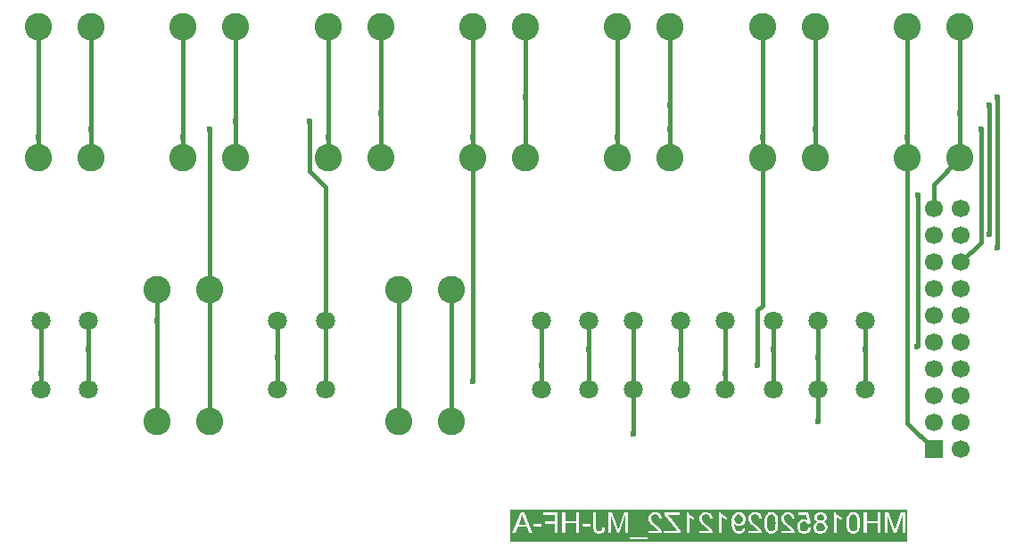
<source format=gbr>
%TF.GenerationSoftware,KiCad,Pcbnew,9.0.6*%
%TF.CreationDate,2026-01-11T11:52:41+09:00*%
%TF.ProjectId,MH01852029121Z2_MJ-HF_control,4d483031-3835-4323-9032-393132315a32,rev?*%
%TF.SameCoordinates,Original*%
%TF.FileFunction,Copper,L2,Bot*%
%TF.FilePolarity,Positive*%
%FSLAX46Y46*%
G04 Gerber Fmt 4.6, Leading zero omitted, Abs format (unit mm)*
G04 Created by KiCad (PCBNEW 9.0.6) date 2026-01-11 11:52:41*
%MOMM*%
%LPD*%
G01*
G04 APERTURE LIST*
%ADD10C,0.250000*%
%TA.AperFunction,ComponentPad*%
%ADD11C,2.600000*%
%TD*%
%TA.AperFunction,ComponentPad*%
%ADD12C,1.800000*%
%TD*%
%TA.AperFunction,ComponentPad*%
%ADD13R,1.700000X1.700000*%
%TD*%
%TA.AperFunction,ComponentPad*%
%ADD14C,1.700000*%
%TD*%
%TA.AperFunction,ViaPad*%
%ADD15C,0.600000*%
%TD*%
%TA.AperFunction,Conductor*%
%ADD16C,0.400000*%
%TD*%
G04 APERTURE END LIST*
D10*
G36*
X119088746Y-85113203D02*
G01*
X119182877Y-85156554D01*
X119270760Y-85231929D01*
X119337039Y-85327106D01*
X119377868Y-85440525D01*
X119392271Y-85577166D01*
X119378686Y-85699330D01*
X119340044Y-85800881D01*
X119276866Y-85886378D01*
X119193731Y-85952570D01*
X119099943Y-85991846D01*
X118991957Y-86005324D01*
X118883343Y-85991695D01*
X118791114Y-85952314D01*
X118711322Y-85886378D01*
X118652178Y-85800878D01*
X118614791Y-85693097D01*
X118601290Y-85556772D01*
X118614964Y-85420577D01*
X118653131Y-85311035D01*
X118714009Y-85222404D01*
X118795598Y-85152798D01*
X118884889Y-85112356D01*
X118985118Y-85098695D01*
X119088746Y-85113203D01*
G37*
G36*
X122186464Y-85107788D02*
G01*
X122257130Y-85134175D01*
X122319837Y-85178115D01*
X122375942Y-85241943D01*
X122424053Y-85333304D01*
X122464089Y-85467198D01*
X122492181Y-85656792D01*
X122502948Y-85917397D01*
X122492814Y-86180419D01*
X122466746Y-86365838D01*
X122430312Y-86491609D01*
X122387543Y-86573066D01*
X122323383Y-86647281D01*
X122255455Y-86697124D01*
X122182595Y-86726274D01*
X122102634Y-86736099D01*
X122022779Y-86726244D01*
X121949976Y-86696990D01*
X121882053Y-86646932D01*
X121817847Y-86572334D01*
X121774978Y-86490529D01*
X121738507Y-86364635D01*
X121712443Y-86179501D01*
X121702320Y-85917397D01*
X121712483Y-85653545D01*
X121738606Y-85467884D01*
X121775079Y-85342243D01*
X121817847Y-85261116D01*
X121881947Y-85187405D01*
X121950278Y-85137720D01*
X122024039Y-85108554D01*
X122105443Y-85098695D01*
X122186464Y-85107788D01*
G37*
G36*
X126880967Y-85940338D02*
G01*
X126975568Y-85978343D01*
X127057711Y-86041594D01*
X127120835Y-86123749D01*
X127158683Y-86217858D01*
X127171772Y-86327602D01*
X127159463Y-86430100D01*
X127121946Y-86530446D01*
X127083266Y-86590921D01*
X127034201Y-86641261D01*
X126973691Y-86682365D01*
X126871657Y-86722627D01*
X126761810Y-86736099D01*
X126648972Y-86723010D01*
X126553314Y-86685396D01*
X126470917Y-86623136D01*
X126407537Y-86541621D01*
X126369379Y-86447106D01*
X126356123Y-86335662D01*
X126369721Y-86222670D01*
X126408959Y-86126405D01*
X126474337Y-86042937D01*
X126559070Y-85978965D01*
X126656396Y-85940495D01*
X126770115Y-85927166D01*
X126880967Y-85940338D01*
G37*
G36*
X126856130Y-85109048D02*
G01*
X126932995Y-85138851D01*
X126999581Y-85188210D01*
X127051706Y-85252523D01*
X127082187Y-85323025D01*
X127092515Y-85402166D01*
X127081889Y-85492263D01*
X127051428Y-85567978D01*
X127001046Y-85632609D01*
X126935180Y-85681584D01*
X126857086Y-85711496D01*
X126763276Y-85722002D01*
X126672136Y-85711640D01*
X126595554Y-85682001D01*
X126530268Y-85633220D01*
X126479644Y-85569345D01*
X126449671Y-85497725D01*
X126439410Y-85415722D01*
X126450027Y-85330262D01*
X126480964Y-85256006D01*
X126533077Y-85190163D01*
X126600151Y-85139559D01*
X126676804Y-85109193D01*
X126765963Y-85098695D01*
X126856130Y-85109048D01*
G37*
G36*
X129963156Y-85107788D02*
G01*
X130033823Y-85134175D01*
X130096529Y-85178115D01*
X130152634Y-85241943D01*
X130200745Y-85333304D01*
X130240781Y-85467198D01*
X130268874Y-85656792D01*
X130279640Y-85917397D01*
X130269506Y-86180419D01*
X130243438Y-86365838D01*
X130207004Y-86491609D01*
X130164235Y-86573066D01*
X130100075Y-86647281D01*
X130032148Y-86697124D01*
X129959287Y-86726274D01*
X129879326Y-86736099D01*
X129799471Y-86726244D01*
X129726669Y-86696990D01*
X129658745Y-86646932D01*
X129594539Y-86572334D01*
X129551670Y-86490529D01*
X129515199Y-86364635D01*
X129489135Y-86179501D01*
X129479012Y-85917397D01*
X129489175Y-85653545D01*
X129515298Y-85467884D01*
X129551771Y-85342243D01*
X129594539Y-85261116D01*
X129658639Y-85187405D01*
X129726970Y-85137720D01*
X129800731Y-85108554D01*
X129882135Y-85098695D01*
X129963156Y-85107788D01*
G37*
G36*
X98539417Y-85302990D02*
G01*
X98601465Y-85494246D01*
X98821406Y-86081528D01*
X98142411Y-86081528D01*
X98351482Y-85526974D01*
X98438840Y-85284980D01*
X98493510Y-85111762D01*
X98539417Y-85302990D01*
G37*
G36*
X135014493Y-87684943D02*
G01*
X97302620Y-87684943D01*
X97302620Y-87462721D01*
X108687229Y-87462721D01*
X110317184Y-87462721D01*
X110317184Y-87285157D01*
X108687229Y-87285157D01*
X108687229Y-87462721D01*
X97302620Y-87462721D01*
X97302620Y-86910000D01*
X97524842Y-86910000D01*
X97826849Y-86910000D01*
X98060467Y-86300369D01*
X98897976Y-86300369D01*
X99117916Y-86910000D01*
X99399406Y-86910000D01*
X99168932Y-86308185D01*
X99482937Y-86308185D01*
X100238503Y-86308185D01*
X100238503Y-86058080D01*
X99482937Y-86058080D01*
X99482937Y-86308185D01*
X99168932Y-86308185D01*
X98719210Y-85133866D01*
X100456245Y-85133866D01*
X101542393Y-85133866D01*
X101542393Y-85761081D01*
X100602424Y-85761081D01*
X100602424Y-85993600D01*
X101542393Y-85993600D01*
X101542393Y-86910000D01*
X101807397Y-86910000D01*
X102262177Y-86910000D01*
X102527180Y-86910000D01*
X102527180Y-85962337D01*
X103568265Y-85962337D01*
X103568265Y-86910000D01*
X103833269Y-86910000D01*
X103833269Y-86308185D01*
X104145045Y-86308185D01*
X104900610Y-86308185D01*
X104900610Y-86268129D01*
X105206646Y-86268129D01*
X105214707Y-86436353D01*
X105236126Y-86563606D01*
X105267463Y-86658063D01*
X105316078Y-86743188D01*
X105379777Y-86812854D01*
X105460048Y-86868722D01*
X105550584Y-86908205D01*
X105652971Y-86932713D01*
X105769504Y-86941263D01*
X105900487Y-86930668D01*
X105975942Y-86910000D01*
X106600418Y-86910000D01*
X106855896Y-86910000D01*
X106855896Y-85227899D01*
X107437927Y-86910000D01*
X107677041Y-86910000D01*
X108256263Y-85199200D01*
X108256263Y-86910000D01*
X108511741Y-86910000D01*
X108511741Y-86677480D01*
X110421598Y-86677480D01*
X110421598Y-86910000D01*
X111745394Y-86910000D01*
X111739603Y-86822929D01*
X111716695Y-86739518D01*
X111686409Y-86677480D01*
X111900366Y-86677480D01*
X111900366Y-86910000D01*
X113483792Y-86910000D01*
X114052756Y-86910000D01*
X114298709Y-86910000D01*
X114298709Y-86677480D01*
X115241974Y-86677480D01*
X115241974Y-86910000D01*
X116565771Y-86910000D01*
X117163433Y-86910000D01*
X117409385Y-86910000D01*
X117409385Y-85863419D01*
X118327983Y-85863419D01*
X118338846Y-86120415D01*
X118368083Y-86321102D01*
X118411392Y-86475491D01*
X118478398Y-86619464D01*
X118561023Y-86733595D01*
X118659298Y-86822316D01*
X118774030Y-86887823D01*
X118901600Y-86927566D01*
X119045324Y-86941263D01*
X119161730Y-86932365D01*
X119262914Y-86906951D01*
X119351435Y-86866100D01*
X119429274Y-86809738D01*
X119494594Y-86739471D01*
X119532903Y-86677480D01*
X119907990Y-86677480D01*
X119907990Y-86910000D01*
X121231786Y-86910000D01*
X121225995Y-86822929D01*
X121203087Y-86739518D01*
X121139137Y-86608521D01*
X121041277Y-86473660D01*
X120914537Y-86341403D01*
X120719487Y-86170921D01*
X120503378Y-85983967D01*
X120436542Y-85918129D01*
X121449651Y-85918129D01*
X121458996Y-86154074D01*
X121484315Y-86341259D01*
X121522069Y-86487826D01*
X121580716Y-86625955D01*
X121653005Y-86736247D01*
X121738590Y-86822927D01*
X121840420Y-86887418D01*
X121960227Y-86927246D01*
X122102634Y-86941263D01*
X122243564Y-86927474D01*
X122363827Y-86888072D01*
X122467614Y-86823958D01*
X122557658Y-86733290D01*
X122593868Y-86677480D01*
X123018667Y-86677480D01*
X123018667Y-86910000D01*
X124342463Y-86910000D01*
X124336672Y-86822929D01*
X124313764Y-86739518D01*
X124249814Y-86608521D01*
X124151953Y-86473660D01*
X124025214Y-86341403D01*
X123892199Y-86225143D01*
X124538468Y-86225143D01*
X124548785Y-86359637D01*
X124578814Y-86481769D01*
X124628014Y-86593671D01*
X124696981Y-86697020D01*
X124779835Y-86785113D01*
X124872218Y-86852532D01*
X124975406Y-86900985D01*
X125091433Y-86930874D01*
X125222958Y-86941263D01*
X125358238Y-86930844D01*
X125475800Y-86901081D01*
X125578640Y-86853222D01*
X125669068Y-86787145D01*
X125745507Y-86704730D01*
X125803544Y-86610528D01*
X125844016Y-86502676D01*
X125866416Y-86378527D01*
X125608251Y-86356667D01*
X125578627Y-86478201D01*
X125533741Y-86571042D01*
X125475017Y-86640966D01*
X125400726Y-86693723D01*
X125317624Y-86725266D01*
X125222958Y-86736099D01*
X125137036Y-86727599D01*
X125059454Y-86702727D01*
X124988335Y-86661318D01*
X124922418Y-86601765D01*
X124869980Y-86531414D01*
X124831781Y-86450061D01*
X124807866Y-86355626D01*
X124806153Y-86333220D01*
X126104675Y-86333220D01*
X126104903Y-86335662D01*
X126116349Y-86458446D01*
X126150330Y-86570673D01*
X126206453Y-86672576D01*
X126286392Y-86766018D01*
X126382144Y-86841256D01*
X126491840Y-86895608D01*
X126618147Y-86929408D01*
X126764619Y-86941263D01*
X126911047Y-86929366D01*
X126983137Y-86910000D01*
X128050802Y-86910000D01*
X128296755Y-86910000D01*
X128296755Y-85918129D01*
X129226343Y-85918129D01*
X129235689Y-86154074D01*
X129261008Y-86341259D01*
X129298761Y-86487826D01*
X129357409Y-86625955D01*
X129429697Y-86736247D01*
X129515282Y-86822927D01*
X129617112Y-86887418D01*
X129736919Y-86927246D01*
X129879326Y-86941263D01*
X130020257Y-86927474D01*
X130073591Y-86910000D01*
X130873761Y-86910000D01*
X131138764Y-86910000D01*
X131138764Y-85962337D01*
X132179849Y-85962337D01*
X132179849Y-86910000D01*
X132444853Y-86910000D01*
X132880949Y-86910000D01*
X133136427Y-86910000D01*
X133136427Y-85227899D01*
X133718457Y-86910000D01*
X133957571Y-86910000D01*
X134536793Y-85199200D01*
X134536793Y-86910000D01*
X134792271Y-86910000D01*
X134792271Y-84901346D01*
X134393422Y-84901346D01*
X133919347Y-86324183D01*
X133823726Y-86621671D01*
X133717114Y-86299515D01*
X133237543Y-84901346D01*
X132880949Y-84901346D01*
X132880949Y-86910000D01*
X132444853Y-86910000D01*
X132444853Y-84901346D01*
X132179849Y-84901346D01*
X132179849Y-85729818D01*
X131138764Y-85729818D01*
X131138764Y-84901346D01*
X130873761Y-84901346D01*
X130873761Y-86910000D01*
X130073591Y-86910000D01*
X130140519Y-86888072D01*
X130244307Y-86823958D01*
X130334351Y-86733290D01*
X130398475Y-86634456D01*
X130452371Y-86509247D01*
X130494486Y-86352367D01*
X130522293Y-86157638D01*
X130532431Y-85918129D01*
X130522982Y-85680184D01*
X130497428Y-85492165D01*
X130459403Y-85345624D01*
X130400296Y-85207507D01*
X130327760Y-85097478D01*
X130242149Y-85011256D01*
X130140309Y-84947057D01*
X130020874Y-84907452D01*
X129879326Y-84893531D01*
X129773477Y-84901164D01*
X129679892Y-84923098D01*
X129596615Y-84958499D01*
X129520732Y-85007814D01*
X129453992Y-85069893D01*
X129395725Y-85145956D01*
X129326770Y-85277515D01*
X129271406Y-85444176D01*
X129239122Y-85635242D01*
X129226376Y-85917397D01*
X129226343Y-85918129D01*
X128296755Y-85918129D01*
X128296755Y-85338785D01*
X128394624Y-85420214D01*
X128529640Y-85508656D01*
X128671730Y-85585539D01*
X128788538Y-85636029D01*
X128788538Y-85401556D01*
X128654772Y-85330394D01*
X128534927Y-85251243D01*
X128427913Y-85164152D01*
X128329735Y-85066309D01*
X128258330Y-84976486D01*
X128209316Y-84893531D01*
X128050802Y-84893531D01*
X128050802Y-86910000D01*
X126983137Y-86910000D01*
X127037337Y-86895440D01*
X127147049Y-86840867D01*
X127242847Y-86765286D01*
X127322469Y-86671609D01*
X127378583Y-86568678D01*
X127412688Y-86454532D01*
X127424441Y-86326381D01*
X127412707Y-86199155D01*
X127379320Y-86091104D01*
X127325401Y-85998485D01*
X127251620Y-85920992D01*
X127158800Y-85861027D01*
X127043300Y-85818356D01*
X127140327Y-85773488D01*
X127214662Y-85720128D01*
X127270080Y-85658499D01*
X127310464Y-85586150D01*
X127335229Y-85504050D01*
X127343841Y-85409860D01*
X127333784Y-85303744D01*
X127304481Y-85208559D01*
X127256003Y-85122011D01*
X127186793Y-85042519D01*
X127104176Y-84978844D01*
X127008709Y-84932600D01*
X126897942Y-84903702D01*
X126768649Y-84893531D01*
X126638889Y-84903882D01*
X126527281Y-84933352D01*
X126430651Y-84980640D01*
X126346598Y-85045938D01*
X126275922Y-85127260D01*
X126226596Y-85215024D01*
X126196898Y-85310762D01*
X126186835Y-85415722D01*
X126186741Y-85416699D01*
X126195191Y-85507242D01*
X126219665Y-85587393D01*
X126259891Y-85659232D01*
X126314668Y-85720629D01*
X126387482Y-85773721D01*
X126481786Y-85818356D01*
X126365460Y-85868466D01*
X126273098Y-85933231D01*
X126201029Y-86012773D01*
X126148208Y-86106364D01*
X126115893Y-86212185D01*
X126104675Y-86333220D01*
X124806153Y-86333220D01*
X124799441Y-86245415D01*
X124807611Y-86140616D01*
X124830688Y-86051961D01*
X124867390Y-85976607D01*
X124917655Y-85912390D01*
X125003134Y-85845402D01*
X125104671Y-85804676D01*
X125226988Y-85790390D01*
X125341105Y-85804387D01*
X125441556Y-85845345D01*
X125527528Y-85908938D01*
X125591765Y-85987739D01*
X125822697Y-85957697D01*
X125628646Y-84924794D01*
X124632745Y-84924794D01*
X124632745Y-85157313D01*
X125431908Y-85157313D01*
X125539863Y-85702219D01*
X125414876Y-85629441D01*
X125289544Y-85587372D01*
X125161409Y-85573503D01*
X125033668Y-85585231D01*
X124918965Y-85619381D01*
X124814647Y-85675755D01*
X124718841Y-85755952D01*
X124640730Y-85852461D01*
X124584867Y-85961107D01*
X124550451Y-86084256D01*
X124538468Y-86225143D01*
X123892199Y-86225143D01*
X123830163Y-86170921D01*
X123614055Y-85983967D01*
X123473263Y-85845278D01*
X123388939Y-85744717D01*
X123322104Y-85635622D01*
X123285579Y-85537484D01*
X123274145Y-85447351D01*
X123285942Y-85353908D01*
X123320409Y-85272367D01*
X123378681Y-85199689D01*
X123453730Y-85144460D01*
X123543190Y-85110613D01*
X123651133Y-85098695D01*
X123765139Y-85111438D01*
X123858360Y-85147455D01*
X123935432Y-85206039D01*
X123993114Y-85283671D01*
X124029563Y-85380860D01*
X124043265Y-85503161D01*
X124296057Y-85477027D01*
X124272356Y-85336153D01*
X124231154Y-85219371D01*
X124173925Y-85122624D01*
X124100662Y-85042885D01*
X124012367Y-84979624D01*
X123909129Y-84933172D01*
X123788121Y-84903894D01*
X123645760Y-84893531D01*
X123502550Y-84904625D01*
X123381144Y-84935988D01*
X123277730Y-84985893D01*
X123189392Y-85054242D01*
X123115492Y-85139893D01*
X123063599Y-85233507D01*
X123032162Y-85336827D01*
X123021353Y-85452358D01*
X123033514Y-85571438D01*
X123070568Y-85689884D01*
X123132732Y-85804769D01*
X123233845Y-85935715D01*
X123369581Y-86073644D01*
X123612909Y-86289867D01*
X123813464Y-86463614D01*
X123897208Y-86543513D01*
X123955495Y-86611554D01*
X124000889Y-86677480D01*
X123018667Y-86677480D01*
X122593868Y-86677480D01*
X122621783Y-86634456D01*
X122675678Y-86509247D01*
X122717793Y-86352367D01*
X122745601Y-86157638D01*
X122755739Y-85918129D01*
X122746290Y-85680184D01*
X122720735Y-85492165D01*
X122682711Y-85345624D01*
X122623603Y-85207507D01*
X122551068Y-85097478D01*
X122465457Y-85011256D01*
X122363617Y-84947057D01*
X122244182Y-84907452D01*
X122102634Y-84893531D01*
X121996784Y-84901164D01*
X121903200Y-84923098D01*
X121819923Y-84958499D01*
X121744039Y-85007814D01*
X121677299Y-85069893D01*
X121619033Y-85145956D01*
X121550078Y-85277515D01*
X121494713Y-85444176D01*
X121462430Y-85635242D01*
X121449684Y-85917397D01*
X121449651Y-85918129D01*
X120436542Y-85918129D01*
X120362586Y-85845278D01*
X120278262Y-85744717D01*
X120211427Y-85635622D01*
X120174903Y-85537484D01*
X120163468Y-85447351D01*
X120175265Y-85353908D01*
X120209732Y-85272367D01*
X120268004Y-85199689D01*
X120343053Y-85144460D01*
X120432513Y-85110613D01*
X120540457Y-85098695D01*
X120654462Y-85111438D01*
X120747684Y-85147455D01*
X120824755Y-85206039D01*
X120882437Y-85283671D01*
X120918886Y-85380860D01*
X120932588Y-85503161D01*
X121185380Y-85477027D01*
X121161679Y-85336153D01*
X121120477Y-85219371D01*
X121063248Y-85122624D01*
X120989986Y-85042885D01*
X120901690Y-84979624D01*
X120798452Y-84933172D01*
X120677444Y-84903894D01*
X120535083Y-84893531D01*
X120391873Y-84904625D01*
X120270467Y-84935988D01*
X120167053Y-84985893D01*
X120078715Y-85054242D01*
X120004815Y-85139893D01*
X119952922Y-85233507D01*
X119921485Y-85336827D01*
X119910676Y-85452358D01*
X119922837Y-85571438D01*
X119959891Y-85689884D01*
X120022055Y-85804769D01*
X120123168Y-85935715D01*
X120258904Y-86073644D01*
X120502233Y-86289867D01*
X120702787Y-86463614D01*
X120786531Y-86543513D01*
X120844819Y-86611554D01*
X120890212Y-86677480D01*
X119907990Y-86677480D01*
X119532903Y-86677480D01*
X119546229Y-86655915D01*
X119584384Y-86556949D01*
X119608182Y-86439710D01*
X119371877Y-86417606D01*
X119343254Y-86525836D01*
X119304469Y-86604703D01*
X119257083Y-86660628D01*
X119196717Y-86701830D01*
X119125294Y-86727178D01*
X119039829Y-86736099D01*
X118931832Y-86722679D01*
X118841015Y-86684075D01*
X118763568Y-86623449D01*
X118701064Y-86544979D01*
X118653216Y-86448773D01*
X118609473Y-86309895D01*
X118581824Y-86160518D01*
X118572592Y-86008255D01*
X118573935Y-85958918D01*
X118628643Y-86031711D01*
X118695401Y-86094994D01*
X118775436Y-86149305D01*
X118862984Y-86189819D01*
X118954769Y-86214037D01*
X119052163Y-86222212D01*
X119172846Y-86210744D01*
X119281649Y-86177258D01*
X119381111Y-86121736D01*
X119472993Y-86042327D01*
X119546779Y-85947634D01*
X119600160Y-85838961D01*
X119633396Y-85713639D01*
X119645062Y-85568129D01*
X119632895Y-85417958D01*
X119598227Y-85288670D01*
X119542513Y-85176576D01*
X119465422Y-85078911D01*
X119369814Y-84997732D01*
X119264428Y-84940439D01*
X119147218Y-84905564D01*
X119015282Y-84893531D01*
X118888138Y-84905355D01*
X118769762Y-84940317D01*
X118657955Y-84998921D01*
X118559793Y-85077933D01*
X118478057Y-85177049D01*
X118412002Y-85299096D01*
X118369012Y-85432335D01*
X118348866Y-85556772D01*
X118339273Y-85616027D01*
X118327983Y-85863419D01*
X117409385Y-85863419D01*
X117409385Y-85338785D01*
X117507255Y-85420214D01*
X117642271Y-85508656D01*
X117784360Y-85585539D01*
X117901168Y-85636029D01*
X117901168Y-85401556D01*
X117767403Y-85330394D01*
X117647558Y-85251243D01*
X117540544Y-85164152D01*
X117442365Y-85066309D01*
X117370961Y-84976486D01*
X117321946Y-84893531D01*
X117163433Y-84893531D01*
X117163433Y-86910000D01*
X116565771Y-86910000D01*
X116559980Y-86822929D01*
X116537072Y-86739518D01*
X116473122Y-86608521D01*
X116375261Y-86473660D01*
X116248522Y-86341403D01*
X116053471Y-86170921D01*
X115837363Y-85983967D01*
X115696571Y-85845278D01*
X115612247Y-85744717D01*
X115545412Y-85635622D01*
X115508887Y-85537484D01*
X115497452Y-85447351D01*
X115509250Y-85353908D01*
X115543717Y-85272367D01*
X115601988Y-85199689D01*
X115677037Y-85144460D01*
X115766498Y-85110613D01*
X115874441Y-85098695D01*
X115988447Y-85111438D01*
X116081668Y-85147455D01*
X116158740Y-85206039D01*
X116216422Y-85283671D01*
X116252871Y-85380860D01*
X116266573Y-85503161D01*
X116519364Y-85477027D01*
X116495664Y-85336153D01*
X116454461Y-85219371D01*
X116397233Y-85122624D01*
X116323970Y-85042885D01*
X116235675Y-84979624D01*
X116132436Y-84933172D01*
X116011429Y-84903894D01*
X115869068Y-84893531D01*
X115725858Y-84904625D01*
X115604452Y-84935988D01*
X115501038Y-84985893D01*
X115412700Y-85054242D01*
X115338800Y-85139893D01*
X115286907Y-85233507D01*
X115255469Y-85336827D01*
X115244661Y-85452358D01*
X115256822Y-85571438D01*
X115293876Y-85689884D01*
X115356040Y-85804769D01*
X115457152Y-85935715D01*
X115592888Y-86073644D01*
X115836217Y-86289867D01*
X116036771Y-86463614D01*
X116120516Y-86543513D01*
X116178803Y-86611554D01*
X116224197Y-86677480D01*
X115241974Y-86677480D01*
X114298709Y-86677480D01*
X114298709Y-85338785D01*
X114396578Y-85420214D01*
X114531594Y-85508656D01*
X114673683Y-85585539D01*
X114790491Y-85636029D01*
X114790491Y-85401556D01*
X114656726Y-85330394D01*
X114536881Y-85251243D01*
X114429867Y-85164152D01*
X114331689Y-85066309D01*
X114260284Y-84976486D01*
X114211270Y-84893531D01*
X114052756Y-84893531D01*
X114052756Y-86910000D01*
X113483792Y-86910000D01*
X113483792Y-86667833D01*
X112457728Y-85373712D01*
X112348250Y-85241435D01*
X112250122Y-85133866D01*
X113367655Y-85133866D01*
X113367655Y-84901346D01*
X111933094Y-84901346D01*
X111933094Y-85133866D01*
X113057588Y-86535575D01*
X113179099Y-86677480D01*
X111900366Y-86677480D01*
X111686409Y-86677480D01*
X111652745Y-86608521D01*
X111554884Y-86473660D01*
X111428145Y-86341403D01*
X111233094Y-86170921D01*
X111016986Y-85983967D01*
X110876194Y-85845278D01*
X110791870Y-85744717D01*
X110725035Y-85635622D01*
X110688510Y-85537484D01*
X110677076Y-85447351D01*
X110688873Y-85353908D01*
X110723340Y-85272367D01*
X110781612Y-85199689D01*
X110856661Y-85144460D01*
X110946121Y-85110613D01*
X111054064Y-85098695D01*
X111168070Y-85111438D01*
X111261291Y-85147455D01*
X111338363Y-85206039D01*
X111396045Y-85283671D01*
X111432494Y-85380860D01*
X111446196Y-85503161D01*
X111698988Y-85477027D01*
X111675287Y-85336153D01*
X111634085Y-85219371D01*
X111576856Y-85122624D01*
X111503593Y-85042885D01*
X111415298Y-84979624D01*
X111312060Y-84933172D01*
X111191052Y-84903894D01*
X111048691Y-84893531D01*
X110905481Y-84904625D01*
X110784075Y-84935988D01*
X110680661Y-84985893D01*
X110592323Y-85054242D01*
X110518423Y-85139893D01*
X110466530Y-85233507D01*
X110435092Y-85336827D01*
X110424284Y-85452358D01*
X110436445Y-85571438D01*
X110473499Y-85689884D01*
X110535663Y-85804769D01*
X110636775Y-85935715D01*
X110772512Y-86073644D01*
X111015840Y-86289867D01*
X111216395Y-86463614D01*
X111300139Y-86543513D01*
X111358426Y-86611554D01*
X111403820Y-86677480D01*
X110421598Y-86677480D01*
X108511741Y-86677480D01*
X108511741Y-84901346D01*
X108112892Y-84901346D01*
X107638817Y-86324183D01*
X107543196Y-86621671D01*
X107436584Y-86299515D01*
X106957013Y-84901346D01*
X106600418Y-84901346D01*
X106600418Y-86910000D01*
X105975942Y-86910000D01*
X106008800Y-86901000D01*
X106098670Y-86854152D01*
X106173237Y-86790198D01*
X106230858Y-86711384D01*
X106273536Y-86613285D01*
X106300127Y-86491623D01*
X106307815Y-86341036D01*
X106068702Y-86308185D01*
X106052021Y-86461215D01*
X106021780Y-86561394D01*
X105982728Y-86623747D01*
X105926602Y-86670107D01*
X105857292Y-86698608D01*
X105770847Y-86708743D01*
X105676385Y-86696827D01*
X105598778Y-86662826D01*
X105537459Y-86608455D01*
X105499005Y-86538018D01*
X105479840Y-86447310D01*
X105471650Y-86286325D01*
X105471650Y-84901346D01*
X105206646Y-84901346D01*
X105206646Y-86268129D01*
X104900610Y-86268129D01*
X104900610Y-86058080D01*
X104145045Y-86058080D01*
X104145045Y-86308185D01*
X103833269Y-86308185D01*
X103833269Y-84901346D01*
X103568265Y-84901346D01*
X103568265Y-85729818D01*
X102527180Y-85729818D01*
X102527180Y-84901346D01*
X102262177Y-84901346D01*
X102262177Y-86910000D01*
X101807397Y-86910000D01*
X101807397Y-84901346D01*
X100456245Y-84901346D01*
X100456245Y-85133866D01*
X98719210Y-85133866D01*
X98630163Y-84901346D01*
X98344644Y-84901346D01*
X97862970Y-86081528D01*
X97524842Y-86910000D01*
X97302620Y-86910000D01*
X97302620Y-84671309D01*
X135014493Y-84671309D01*
X135014493Y-87684943D01*
G37*
D11*
%TO.P,SW5,1,1*%
%TO.N,/Pin4(B11)_A*%
X107500000Y-38750000D03*
X107500000Y-51250000D03*
%TO.P,SW5,2,2*%
%TO.N,/Pin3(B1)_A*%
X112500000Y-38750000D03*
X112500000Y-51250000D03*
%TD*%
%TO.P,SW7,1,1*%
%TO.N,/Pin5(B12)_A*%
X135000000Y-38750000D03*
X135000000Y-51250000D03*
%TO.P,SW7,2,2*%
%TO.N,/Pin6(B2)_A*%
X140000000Y-38750000D03*
X140000000Y-51250000D03*
%TD*%
D12*
%TO.P,SW19,1,1*%
%TO.N,/Pin8(B13)_A*%
X109000000Y-66750000D03*
X109000000Y-73250000D03*
%TO.P,SW19,2,2*%
%TO.N,/Pin7(B3)_A*%
X113500000Y-66750000D03*
X113500000Y-73250000D03*
%TD*%
D11*
%TO.P,SW16,1,1*%
%TO.N,/Pin1(B16)_A*%
X63750000Y-63750000D03*
X63750000Y-76250000D03*
%TO.P,SW16,2,2*%
%TO.N,/Pin3(B1)_A*%
X68750000Y-63750000D03*
X68750000Y-76250000D03*
%TD*%
%TO.P,SW1,1,1*%
%TO.N,/Pin4(B11)_A*%
X52500000Y-38750000D03*
X52500000Y-51250000D03*
%TO.P,SW1,2,2*%
%TO.N,/Pin3(B1)_A*%
X57500000Y-38750000D03*
X57500000Y-51250000D03*
%TD*%
D12*
%TO.P,SW17,1,1*%
%TO.N,/Pin1(B16)_A*%
X75250000Y-66750000D03*
X75250000Y-73250000D03*
%TO.P,SW17,2,2*%
%TO.N,/Pin2(A1)_A*%
X79750000Y-66750000D03*
X79750000Y-73250000D03*
%TD*%
D11*
%TO.P,SW2,1,1*%
%TO.N,/Pin4(B11)_A*%
X66250000Y-38750000D03*
X66250000Y-51250000D03*
%TO.P,SW2,2,2*%
%TO.N,/Pin2(A1)_A*%
X71250000Y-38750000D03*
X71250000Y-51250000D03*
%TD*%
%TO.P,SW4,1,1*%
%TO.N,/Pin4(B11)_A*%
X93750000Y-38750000D03*
X93750000Y-51250000D03*
%TO.P,SW4,2,2*%
%TO.N,/Pin10(A2)_A*%
X98750000Y-38750000D03*
X98750000Y-51250000D03*
%TD*%
%TO.P,SW28,1,1*%
%TO.N,/Pin12(A5)_A*%
X86750000Y-63750000D03*
X86750000Y-76250000D03*
%TO.P,SW28,2,2*%
%TO.N,/Pin13(A17)_A*%
X91750000Y-63750000D03*
X91750000Y-76250000D03*
%TD*%
D12*
%TO.P,SW20,1,1*%
%TO.N,/Pin11(B15)_A*%
X117750000Y-66750000D03*
X117750000Y-73250000D03*
%TO.P,SW20,2,2*%
%TO.N,/Pin7(B3)_A*%
X122250000Y-66750000D03*
X122250000Y-73250000D03*
%TD*%
D11*
%TO.P,SW6,1,1*%
%TO.N,/Pin5(B12)_A*%
X121250000Y-38750000D03*
X121250000Y-51250000D03*
%TO.P,SW6,2,2*%
%TO.N,/Pin2(A1)_A*%
X126250000Y-38750000D03*
X126250000Y-51250000D03*
%TD*%
%TO.P,SW3,1,1*%
%TO.N,/Pin4(B11)_A*%
X80000000Y-38750000D03*
X80000000Y-51250000D03*
%TO.P,SW3,2,2*%
%TO.N,/Pin6(B2)_A*%
X85000000Y-38750000D03*
X85000000Y-51250000D03*
%TD*%
D12*
%TO.P,SW15,1,1*%
%TO.N,/Pin9(B14)_A*%
X52750000Y-66750000D03*
X52750000Y-73250000D03*
%TO.P,SW15,2,2*%
%TO.N,/Pin7(B3)_A*%
X57250000Y-66750000D03*
X57250000Y-73250000D03*
%TD*%
%TO.P,SW21,1,1*%
%TO.N,/Pin1(B16)_A*%
X126500000Y-66750000D03*
X126500000Y-73250000D03*
%TO.P,SW21,2,2*%
%TO.N,/Pin7(B3)_A*%
X131000000Y-66750000D03*
X131000000Y-73250000D03*
%TD*%
%TO.P,SW18,1,1*%
%TO.N,/Pin5(B12)_A*%
X100250000Y-66750000D03*
X100250000Y-73250000D03*
%TO.P,SW18,2,2*%
%TO.N,/Pin7(B3)_A*%
X104750000Y-66750000D03*
X104750000Y-73250000D03*
%TD*%
D13*
%TO.P,J2,1,Pin_1*%
%TO.N,/Pin5(B12)_A*%
X137500000Y-78930000D03*
D14*
%TO.P,J2,2,Pin_2*%
%TO.N,/Pin8(B13)_A*%
X140040000Y-78930000D03*
%TO.P,J2,3,Pin_3*%
%TO.N,/Pin1(B16)_A*%
X137500000Y-76390000D03*
%TO.P,J2,4,Pin_4*%
%TO.N,/Pin4(B11)_A*%
X140040000Y-76390000D03*
%TO.P,J2,5,Pin_5*%
%TO.N,/Pin9(B14)_A*%
X137500000Y-73850000D03*
%TO.P,J2,6,Pin_6*%
%TO.N,/Pin11(B15)_A*%
X140040000Y-73850000D03*
%TO.P,J2,7,Pin_7*%
%TO.N,unconnected-(J2-Pin_7-Pad7)*%
X137500000Y-71310000D03*
%TO.P,J2,8,Pin_8*%
%TO.N,unconnected-(J2-Pin_8-Pad8)*%
X140040000Y-71310000D03*
%TO.P,J2,9,Pin_9*%
%TO.N,unconnected-(J2-Pin_9-Pad9)*%
X137500000Y-68770000D03*
%TO.P,J2,10,Pin_10*%
%TO.N,unconnected-(J2-Pin_10-Pad10)*%
X140040000Y-68770000D03*
%TO.P,J2,11,Pin_11*%
%TO.N,/Pin12(A5)_A*%
X137500000Y-66230000D03*
%TO.P,J2,12,Pin_12*%
%TO.N,/Pin13(A17)_A*%
X140040000Y-66230000D03*
%TO.P,J2,13,Pin_13*%
%TO.N,unconnected-(J2-Pin_13-Pad13)*%
X137500000Y-63690000D03*
%TO.P,J2,14,Pin_14*%
%TO.N,unconnected-(J2-Pin_14-Pad14)*%
X140040000Y-63690000D03*
%TO.P,J2,15,Pin_15*%
%TO.N,unconnected-(J2-Pin_15-Pad15)*%
X137500000Y-61150000D03*
%TO.P,J2,16,Pin_16*%
%TO.N,/Pin2(A1)_A*%
X140040000Y-61150000D03*
%TO.P,J2,17,Pin_17*%
%TO.N,/Pin10(A2)_A*%
X137500000Y-58610000D03*
%TO.P,J2,18,Pin_18*%
%TO.N,/Pin3(B1)_A*%
X140040000Y-58610000D03*
%TO.P,J2,19,Pin_19*%
%TO.N,/Pin6(B2)_A*%
X137500000Y-56070000D03*
%TO.P,J2,20,Pin_20*%
%TO.N,/Pin7(B3)_A*%
X140040000Y-56070000D03*
%TD*%
D15*
%TO.N,/Pin10(A2)_A*%
X143500000Y-59750000D03*
X98750000Y-45500000D03*
X143500000Y-45500000D03*
%TO.N,/Pin2(A1)_A*%
X126250000Y-48500000D03*
X71250000Y-47750000D03*
X142000000Y-48500000D03*
X78250000Y-47750000D03*
%TO.N,/Pin6(B2)_A*%
X140000000Y-47000000D03*
X85000000Y-47000000D03*
%TO.N,/Pin3(B1)_A*%
X142750000Y-58500000D03*
X68750000Y-48500000D03*
X112500000Y-48500000D03*
X112500000Y-46250000D03*
X57500000Y-48500000D03*
X142750000Y-46250000D03*
%TO.N,/Pin1(B16)_A*%
X126500000Y-70231000D03*
X126500000Y-76300000D03*
X75250000Y-70231000D03*
X63750000Y-66750000D03*
%TO.N,/Pin4(B11)_A*%
X93750000Y-72450000D03*
X52500000Y-49250000D03*
X107500000Y-49250000D03*
X66250000Y-49250000D03*
X93750000Y-49250000D03*
X80000000Y-49250000D03*
%TO.N,/Pin8(B13)_A*%
X109000000Y-77500000D03*
%TO.N,/Pin5(B12)_A*%
X120777000Y-70993000D03*
X135000000Y-49250000D03*
X100250000Y-70993000D03*
X121250000Y-49250000D03*
%TO.N,/Pin9(B14)_A*%
X52750000Y-71750000D03*
%TO.N,/Pin11(B15)_A*%
X117750000Y-71755000D03*
%TO.N,/Pin7(B3)_A*%
X122250000Y-69469000D03*
X136000000Y-54750000D03*
X113500000Y-69469000D03*
X104750000Y-69469000D03*
X57250000Y-69469000D03*
X135953500Y-69151500D03*
X131000000Y-69469000D03*
%TD*%
D16*
%TO.N,/Pin12(A5)_A*%
X86750000Y-63750000D02*
X86750000Y-76250000D01*
%TO.N,/Pin10(A2)_A*%
X98750000Y-45500000D02*
X98750000Y-38750000D01*
X98750000Y-51250000D02*
X98750000Y-45500000D01*
X143500000Y-45500000D02*
X143500000Y-59750000D01*
%TO.N,/Pin2(A1)_A*%
X126250000Y-51250000D02*
X126250000Y-48500000D01*
X79750000Y-66750000D02*
X79750000Y-54000000D01*
X140100000Y-61150000D02*
X140040000Y-61150000D01*
X79750000Y-73250000D02*
X79750000Y-66750000D01*
X71250000Y-47750000D02*
X71250000Y-38750000D01*
X71250000Y-51250000D02*
X71250000Y-47750000D01*
X126250000Y-48500000D02*
X126250000Y-38750000D01*
X78250000Y-52500000D02*
X78250000Y-47750000D01*
X79750000Y-54000000D02*
X78250000Y-52500000D01*
X142000000Y-48500000D02*
X142000000Y-59250000D01*
X142000000Y-59250000D02*
X140100000Y-61150000D01*
%TO.N,/Pin6(B2)_A*%
X85000000Y-47000000D02*
X85000000Y-38750000D01*
X137500000Y-53750000D02*
X137500000Y-56070000D01*
X140000000Y-38750000D02*
X140000000Y-40750000D01*
X85000000Y-51250000D02*
X85000000Y-47000000D01*
X140000000Y-51250000D02*
X137500000Y-53750000D01*
X140000000Y-40750000D02*
X140000000Y-51250000D01*
%TO.N,/Pin3(B1)_A*%
X112500000Y-51250000D02*
X112500000Y-48500000D01*
X112500000Y-48500000D02*
X112500000Y-46250000D01*
X68750000Y-76250000D02*
X68750000Y-63750000D01*
X68750000Y-63750000D02*
X68750000Y-48500000D01*
X57500000Y-51250000D02*
X57500000Y-48500000D01*
X142750000Y-46250000D02*
X142750000Y-58500000D01*
X112500000Y-46250000D02*
X112500000Y-38750000D01*
X57500000Y-48500000D02*
X57500000Y-38750000D01*
%TO.N,/Pin1(B16)_A*%
X63750000Y-63750000D02*
X63750000Y-66750000D01*
X75250000Y-70231000D02*
X75250000Y-66750000D01*
X63750000Y-66750000D02*
X63750000Y-76250000D01*
X126500000Y-73250000D02*
X126500000Y-76300000D01*
X126500000Y-73250000D02*
X126500000Y-66750000D01*
X75250000Y-73250000D02*
X75250000Y-70231000D01*
%TO.N,/Pin4(B11)_A*%
X107500000Y-49250000D02*
X107500000Y-40750000D01*
X93750000Y-72450000D02*
X93750000Y-51250000D01*
X107500000Y-40750000D02*
X107500000Y-38750000D01*
X52500000Y-49250000D02*
X52500000Y-38750000D01*
X52500000Y-51250000D02*
X52500000Y-49250000D01*
X93750000Y-51250000D02*
X93750000Y-49250000D01*
X80000000Y-51250000D02*
X80000000Y-49250000D01*
X66250000Y-49250000D02*
X66250000Y-38750000D01*
X80000000Y-49250000D02*
X80000000Y-38750000D01*
X93750000Y-49250000D02*
X93750000Y-38750000D01*
X66250000Y-51250000D02*
X66250000Y-49250000D01*
X107500000Y-51250000D02*
X107500000Y-49250000D01*
%TO.N,/Pin8(B13)_A*%
X109000000Y-73250000D02*
X109000000Y-66750000D01*
X109000000Y-73250000D02*
X109000000Y-77500000D01*
%TO.N,/Pin5(B12)_A*%
X135000000Y-51250000D02*
X135000000Y-76430000D01*
X100250000Y-70993000D02*
X100250000Y-66750000D01*
X120777000Y-65723000D02*
X121250000Y-65250000D01*
X121250000Y-49250000D02*
X121250000Y-38750000D01*
X135000000Y-49250000D02*
X135000000Y-51250000D01*
X135000000Y-38750000D02*
X135000000Y-40750000D01*
X135000000Y-40750000D02*
X135000000Y-49250000D01*
X100250000Y-73250000D02*
X100250000Y-70993000D01*
X121250000Y-51250000D02*
X121250000Y-49250000D01*
X120777000Y-70993000D02*
X120777000Y-65723000D01*
X135000000Y-76430000D02*
X137500000Y-78930000D01*
X121250000Y-65250000D02*
X121250000Y-51250000D01*
%TO.N,/Pin13(A17)_A*%
X91750000Y-76250000D02*
X91750000Y-63750000D01*
%TO.N,/Pin9(B14)_A*%
X52750000Y-73250000D02*
X52750000Y-71750000D01*
X52750000Y-71750000D02*
X52750000Y-66750000D01*
%TO.N,/Pin11(B15)_A*%
X117750000Y-73250000D02*
X117750000Y-66750000D01*
%TO.N,/Pin7(B3)_A*%
X57250000Y-73250000D02*
X57250000Y-69469000D01*
X135953500Y-69151500D02*
X135953500Y-69117500D01*
X122250000Y-69469000D02*
X122250000Y-66750000D01*
X104750000Y-66750000D02*
X104750000Y-73250000D01*
X135953500Y-69117500D02*
X136000000Y-69071000D01*
X136000000Y-69071000D02*
X136000000Y-54750000D01*
X122250000Y-73250000D02*
X122250000Y-69469000D01*
X57250000Y-69469000D02*
X57250000Y-66750000D01*
X131000000Y-73250000D02*
X131000000Y-66750000D01*
X113500000Y-66750000D02*
X113500000Y-73250000D01*
%TD*%
M02*

</source>
